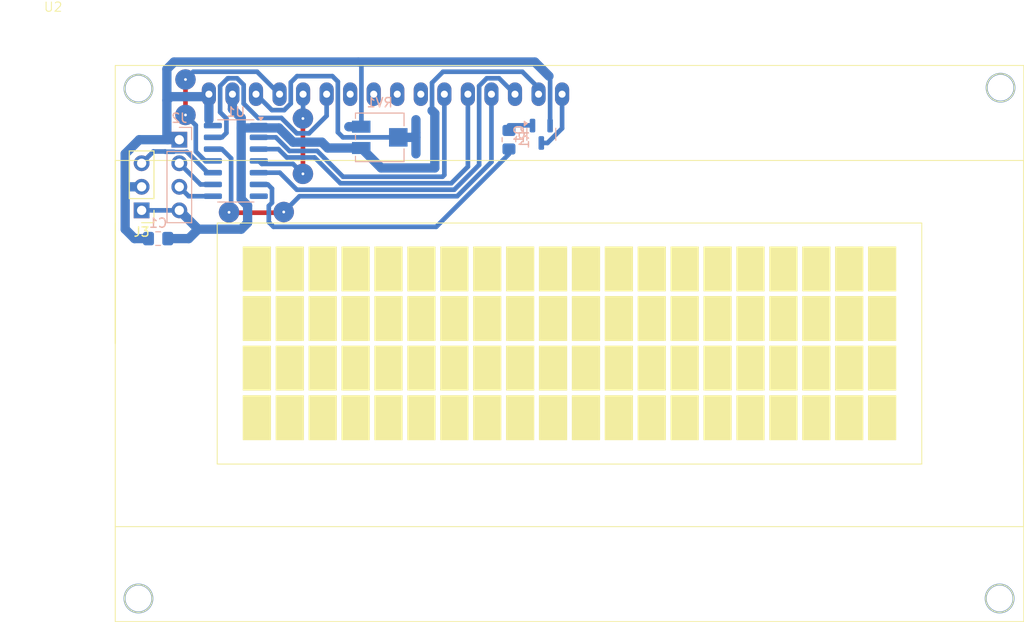
<source format=kicad_pcb>
(kicad_pcb (version 20240108) (generator "pcbnew") (generator_version "8.0")
  (layers (0 "F.Cu" signal) (31 "B.Cu" signal) (34 "B.Paste" user) (35 "F.Paste" user) (36 "B.SilkS" user "B.Silkscreen") (37 "F.SilkS" user "F.Silkscreen") (38 "B.Mask" user) (39 "F.Mask" user) (44 "Edge.Cuts" user))
  (net 0 "")
  (net 1 "GND")
  (net 2 "+5V")
  (net 3 "Net-(J2-Pin_3)")
  (net 4 "Net-(J2-Pin_2)")
  (net 6 "Net-(U1-PA5)")
  (net 7 "Net-(U1-PA4)")
  (net 8 "Net-(U2-V0)")
  (net 9 "Net-(U1-PA7)")
  (net 10 "Net-(U1-PA3)")
  (net 14 "Net-(U1-PA2)")
  (net 16 "Net-(Q1-C)")
  (net 17 "Net-(Q1-B)")
  (net 18 "Net-(U1-PB3)")
  (net 19 "Net-(U1-PA1)")
  (net 20 "Net-(U1-PA6)")
  (net 21 "Net-(J3-Pin_3)")
  (footprint "Connector_PinHeader_2.54mm:PinHeader_1x03_P2.54mm_Vertical" (layer "F.Cu") (at 51.308 44.704 180)
    (property "Reference" "J3" (at 0 -2.33 180) (layer "F.SilkS"))
    (property "Value" "Conn_01x03_Pin")
    (fp_line (start 1.33 1.27) (end 1.33 6.41) (stroke (width 0.12)) (layer "F.SilkS"))
    (fp_line (start -1.33 6.41) (end 1.33 6.41) (stroke (width 0.12)) (layer "F.SilkS"))
    (fp_line (start -1.33 1.27) (end 1.33 1.27) (stroke (width 0.12)) (layer "F.SilkS"))
    (fp_line (start -1.33 1.27) (end -1.33 6.41) (stroke (width 0.12)) (layer "F.SilkS"))
    (fp_line (start -1.33 0) (end -1.33 -1.33) (stroke (width 0.12)) (layer "F.SilkS"))
    (fp_line (start -1.33 -1.33) (end 0 -1.33) (stroke (width 0.12)) (layer "F.SilkS"))
    (pad "1" thru_hole rect (at 0 0 180) (size 1.7 1.7) (drill 1) (layers "*.Cu" "*.Mask") (net 2 "+5V"))
    (pad "2" thru_hole oval (at 0 2.54 180) (size 1.7 1.7) (drill 1) (layers "*.Cu" "*.Mask") (net 1 "GND"))
    (pad "3" thru_hole oval (at 0 5.08 180) (size 1.7 1.7) (drill 1) (layers "*.Cu" "*.Mask") (net 21 "Net-(J3-Pin_3)"))
  )
  (footprint "ownFootprints:LCD2004" (layer "F.Cu") (at 48.463 29.073)
    (property "Reference" "U2" (at -6.7 -6.3 0) (layer "F.SilkS") (effects (font (thickness 0.1))))
    (property "Value" "~")
    (fp_circle (center 2.5 2.5) (end 4 2.5) (stroke (width 0.2)) (fill none) (layer "B.Cu"))
    (fp_circle (center 2.5 57.5) (end 4 57.6) (stroke (width 0.2)) (fill none) (layer "B.Cu"))
    (fp_circle (center 95.4 57.5) (end 96.9 57.4) (stroke (width 0.2)) (fill none) (layer "B.Cu"))
    (fp_circle (center 95.5 2.4) (end 97 2.4) (stroke (width 0.2)) (fill none) (layer "B.Cu"))
    (fp_line (start 0 10.25) (end 98 10.25) (stroke (width 0.1)) (layer "F.SilkS"))
    (fp_line (start 0 30) (end 0 10.25) (stroke (width 0.1)) (layer "F.SilkS"))
    (fp_line (start 0 30) (end 0 17) (stroke (width 0.1)) (layer "F.SilkS"))
    (fp_line (start 11 17) (end 11 43) (stroke (width 0.1)) (layer "F.SilkS"))
    (fp_line (start 11 17) (end 87 17) (stroke (width 0.1)) (layer "F.SilkS"))
    (fp_line (start 87 17) (end 87 43) (stroke (width 0.1)) (layer "F.SilkS"))
    (fp_line (start 87 43) (end 11 43) (stroke (width 0.1)) (layer "F.SilkS"))
    (fp_line (start 98 10.25) (end 98 49.75) (stroke (width 0.1)) (layer "F.SilkS"))
    (fp_line (start 98 17) (end 98 43) (stroke (width 0.1)) (layer "F.SilkS"))
    (fp_line (start 98 49.75) (end 0 49.75) (stroke (width 0.1)) (layer "F.SilkS"))
    (fp_rect (start 0 0) (end 98 60) (stroke (width 0.1)) (fill none) (layer "F.SilkS"))
    (fp_rect (start 13.8 19.575) (end 16.75 24.325) (stroke (width 0.1)) (fill solid) (layer "F.SilkS"))
    (fp_rect (start 13.8 24.925) (end 16.75 29.675) (stroke (width 0.1)) (fill solid) (layer "F.SilkS"))
    (fp_rect (start 13.8 30.275) (end 16.75 35.025) (stroke (width 0.1)) (fill solid) (layer "F.SilkS"))
    (fp_rect (start 13.8 35.625) (end 16.75 40.375) (stroke (width 0.1)) (fill solid) (layer "F.SilkS"))
    (fp_rect (start 17.35 19.575) (end 20.3 24.325) (stroke (width 0.1)) (fill solid) (layer "F.SilkS"))
    (fp_rect (start 17.35 24.925) (end 20.3 29.675) (stroke (width 0.1)) (fill solid) (layer "F.SilkS"))
    (fp_rect (start 17.35 30.275) (end 20.3 35.025) (stroke (width 0.1)) (fill solid) (layer "F.SilkS"))
    (fp_rect (start 17.35 35.625) (end 20.3 40.375) (stroke (width 0.1)) (fill solid) (layer "F.SilkS"))
    (fp_rect (start 20.9 19.575) (end 23.85 24.325) (stroke (width 0.1)) (fill solid) (layer "F.SilkS"))
    (fp_rect (start 20.9 24.925) (end 23.85 29.675) (stroke (width 0.1)) (fill solid) (layer "F.SilkS"))
    (fp_rect (start 20.9 30.275) (end 23.85 35.025) (stroke (width 0.1)) (fill solid) (layer "F.SilkS"))
    (fp_rect (start 20.9 35.625) (end 23.85 40.375) (stroke (width 0.1)) (fill solid) (layer "F.SilkS"))
    (fp_rect (start 24.45 19.575) (end 27.4 24.325) (stroke (width 0.1)) (fill solid) (layer "F.SilkS"))
    (fp_rect (start 24.45 24.925) (end 27.4 29.675) (stroke (width 0.1)) (fill solid) (layer "F.SilkS"))
    (fp_rect (start 24.45 30.275) (end 27.4 35.025) (stroke (width 0.1)) (fill solid) (layer "F.SilkS"))
    (fp_rect (start 24.45 35.625) (end 27.4 40.375) (stroke (width 0.1)) (fill solid) (layer "F.SilkS"))
    (fp_rect (start 28 19.575) (end 30.95 24.325) (stroke (width 0.1)) (fill solid) (layer "F.SilkS"))
    (fp_rect (start 28 24.925) (end 30.95 29.675) (stroke (width 0.1)) (fill solid) (layer "F.SilkS"))
    (fp_rect (start 28 30.275) (end 30.95 35.025) (stroke (width 0.1)) (fill solid) (layer "F.SilkS"))
    (fp_rect (start 28 35.625) (end 30.95 40.375) (stroke (width 0.1)) (fill solid) (layer "F.SilkS"))
    (fp_rect (start 31.55 19.575) (end 34.5 24.325) (stroke (width 0.1)) (fill solid) (layer "F.SilkS"))
    (fp_rect (start 31.55 24.925) (end 34.5 29.675) (stroke (width 0.1)) (fill solid) (layer "F.SilkS"))
    (fp_rect (start 31.55 30.275) (end 34.5 35.025) (stroke (width 0.1)) (fill solid) (layer "F.SilkS"))
    (fp_rect (start 31.55 35.625) (end 34.5 40.375) (stroke (width 0.1)) (fill solid) (layer "F.SilkS"))
    (fp_rect (start 35.1 19.575) (end 38.05 24.325) (stroke (width 0.1)) (fill solid) (layer "F.SilkS"))
    (fp_rect (start 35.1 24.925) (end 38.05 29.675) (stroke (width 0.1)) (fill solid) (layer "F.SilkS"))
    (fp_rect (start 35.1 30.275) (end 38.05 35.025) (stroke (width 0.1)) (fill solid) (layer "F.SilkS"))
    (fp_rect (start 35.1 35.625) (end 38.05 40.375) (stroke (width 0.1)) (fill solid) (layer "F.SilkS"))
    (fp_rect (start 38.65 19.575) (end 41.6 24.325) (stroke (width 0.1)) (fill solid) (layer "F.SilkS"))
    (fp_rect (start 38.65 24.925) (end 41.6 29.675) (stroke (width 0.1)) (fill solid) (layer "F.SilkS"))
    (fp_rect (start 38.65 30.275) (end 41.6 35.025) (stroke (width 0.1)) (fill solid) (layer "F.SilkS"))
    (fp_rect (start 38.65 35.625) (end 41.6 40.375) (stroke (width 0.1)) (fill solid) (layer "F.SilkS"))
    (fp_rect (start 42.2 19.575) (end 45.15 24.325) (stroke (width 0.1)) (fill solid) (layer "F.SilkS"))
    (fp_rect (start 42.2 24.925) (end 45.15 29.675) (stroke (width 0.1)) (fill solid) (layer "F.SilkS"))
    (fp_rect (start 42.2 30.275) (end 45.15 35.025) (stroke (width 0.1)) (fill solid) (layer "F.SilkS"))
    (fp_rect (start 42.2 35.625) (end 45.15 40.375) (stroke (width 0.1)) (fill solid) (layer "F.SilkS"))
    (fp_rect (start 45.75 19.575) (end 48.7 24.325) (stroke (width 0.1)) (fill solid) (layer "F.SilkS"))
    (fp_rect (start 45.75 24.925) (end 48.7 29.675) (stroke (width 0.1)) (fill solid) (layer "F.SilkS"))
    (fp_rect (start 45.75 30.275) (end 48.7 35.025) (stroke (width 0.1)) (fill solid) (layer "F.SilkS"))
    (fp_rect (start 45.75 35.625) (end 48.7 40.375) (stroke (width 0.1)) (fill solid) (layer "F.SilkS"))
    (fp_rect (start 49.3 19.575) (end 52.25 24.325) (stroke (width 0.1)) (fill solid) (layer "F.SilkS"))
    (fp_rect (start 49.3 24.925) (end 52.25 29.675) (stroke (width 0.1)) (fill solid) (layer "F.SilkS"))
    (fp_rect (start 49.3 30.275) (end 52.25 35.025) (stroke (width 0.1)) (fill solid) (layer "F.SilkS"))
    (fp_rect (start 49.3 35.625) (end 52.25 40.375) (stroke (width 0.1)) (fill solid) (layer "F.SilkS"))
    (fp_rect (start 52.85 19.575) (end 55.8 24.325) (stroke (width 0.1)) (fill solid) (layer "F.SilkS"))
    (fp_rect (start 52.85 24.925) (end 55.8 29.675) (stroke (width 0.1)) (fill solid) (layer "F.SilkS"))
    (fp_rect (start 52.85 30.275) (end 55.8 35.025) (stroke (width 0.1)) (fill solid) (layer "F.SilkS"))
    (fp_rect (start 52.85 35.625) (end 55.8 40.375) (stroke (width 0.1)) (fill solid) (layer "F.SilkS"))
    (fp_rect (start 56.4 19.575) (end 59.35 24.325) (stroke (width 0.1)) (fill solid) (layer "F.SilkS"))
    (fp_rect (start 56.4 24.925) (end 59.35 29.675) (stroke (width 0.1)) (fill solid) (layer "F.SilkS"))
    (fp_rect (start 56.4 30.275) (end 59.35 35.025) (stroke (width 0.1)) (fill solid) (layer "F.SilkS"))
    (fp_rect (start 56.4 35.625) (end 59.35 40.375) (stroke (width 0.1)) (fill solid) (layer "F.SilkS"))
    (fp_rect (start 59.95 19.575) (end 62.9 24.325) (stroke (width 0.1)) (fill solid) (layer "F.SilkS"))
    (fp_rect (start 59.95 24.925) (end 62.9 29.675) (stroke (width 0.1)) (fill solid) (layer "F.SilkS"))
    (fp_rect (start 59.95 30.275) (end 62.9 35.025) (stroke (width 0.1)) (fill solid) (layer "F.SilkS"))
    (fp_rect (start 59.95 35.625) (end 62.9 40.375) (stroke (width 0.1)) (fill solid) (layer "F.SilkS"))
    (fp_rect (start 63.5 19.575) (end 66.45 24.325) (stroke (width 0.1)) (fill solid) (layer "F.SilkS"))
    (fp_rect (start 63.5 24.925) (end 66.45 29.675) (stroke (width 0.1)) (fill solid) (layer "F.SilkS"))
    (fp_rect (start 63.5 30.275) (end 66.45 35.025) (stroke (width 0.1)) (fill solid) (layer "F.SilkS"))
    (fp_rect (start 63.5 35.625) (end 66.45 40.375) (stroke (width 0.1)) (fill solid) (layer "F.SilkS"))
    (fp_rect (start 67.05 19.575) (end 70 24.325) (stroke (width 0.1)) (fill solid) (layer "F.SilkS"))
    (fp_rect (start 67.05 24.925) (end 70 29.675) (stroke (width 0.1)) (fill solid) (layer "F.SilkS"))
    (fp_rect (start 67.05 30.275) (end 70 35.025) (stroke (width 0.1)) (fill solid) (layer "F.SilkS"))
    (fp_rect (start 67.05 35.625) (end 70 40.375) (stroke (width 0.1)) (fill solid) (layer "F.SilkS"))
    (fp_rect (start 70.6 19.575) (end 73.55 24.325) (stroke (width 0.1)) (fill solid) (layer "F.SilkS"))
    (fp_rect (start 70.6 24.925) (end 73.55 29.675) (stroke (width 0.1)) (fill solid) (layer "F.SilkS"))
    (fp_rect (start 70.6 30.275) (end 73.55 35.025) (stroke (width 0.1)) (fill solid) (layer "F.SilkS"))
    (fp_rect (start 70.6 35.625) (end 73.55 40.375) (stroke (width 0.1)) (fill solid) (layer "F.SilkS"))
    (fp_rect (start 74.15 19.575) (end 77.1 24.325) (stroke (width 0.1)) (fill solid) (layer "F.SilkS"))
    (fp_rect (start 74.15 24.925) (end 77.1 29.675) (stroke (width 0.1)) (fill solid) (layer "F.SilkS"))
    (fp_rect (start 74.15 30.275) (end 77.1 35.025) (stroke (width 0.1)) (fill solid) (layer "F.SilkS"))
    (fp_rect (start 74.15 35.625) (end 77.1 40.375) (stroke (width 0.1)) (fill solid) (layer "F.SilkS"))
    (fp_rect (start 77.7 19.575) (end 80.65 24.325) (stroke (width 0.1)) (fill solid) (layer "F.SilkS"))
    (fp_rect (start 77.7 24.925) (end 80.65 29.675) (stroke (width 0.1)) (fill solid) (layer "F.SilkS"))
    (fp_rect (start 77.7 30.275) (end 80.65 35.025) (stroke (width 0.1)) (fill solid) (layer "F.SilkS"))
    (fp_rect (start 77.7 35.625) (end 80.65 40.375) (stroke (width 0.1)) (fill solid) (layer "F.SilkS"))
    (fp_rect (start 81.25 19.575) (end 84.2 24.325) (stroke (width 0.1)) (fill solid) (layer "F.SilkS"))
    (fp_rect (start 81.25 24.925) (end 84.2 29.675) (stroke (width 0.1)) (fill solid) (layer "F.SilkS"))
    (fp_rect (start 81.25 30.275) (end 84.2 35.025) (stroke (width 0.1)) (fill solid) (layer "F.SilkS"))
    (fp_rect (start 81.25 35.625) (end 84.2 40.375) (stroke (width 0.1)) (fill solid) (layer "F.SilkS"))
    (fp_circle (center 2.5 2.5) (end 4 2.4) (stroke (width 0.1)) (fill none) (layer "F.SilkS"))
    (fp_circle (center 2.5 57.5) (end 4 57.4) (stroke (width 0.1)) (fill none) (layer "F.SilkS"))
    (fp_circle (center 95.4 57.5) (end 96.9 57.4) (stroke (width 0.1)) (fill none) (layer "F.SilkS"))
    (fp_circle (center 95.5 2.4) (end 97 2.3) (stroke (width 0.1)) (fill none) (layer "F.SilkS"))
    (pad "1" thru_hole oval (at 10.1 3.1) (size 1.524 2.54) (drill 0.762) (layers "*.Cu" "*.Mask") (net 1 "GND"))
    (pad "2" thru_hole oval (at 12.64 3.1) (size 1.524 2.54) (drill 0.762) (layers "*.Cu" "*.Mask") (net 2 "+5V"))
    (pad "3" thru_hole oval (at 15.18 3.1) (size 1.524 2.54) (drill 0.762) (layers "*.Cu" "*.Mask") (net 8 "Net-(U2-V0)"))
    (pad "4" thru_hole oval (at 17.72 3.1) (size 1.524 2.54) (drill 0.762) (layers "*.Cu" "*.Mask") (net 19 "Net-(U1-PA1)"))
    (pad "5" thru_hole oval (at 20.26 3.1) (size 1.524 2.54) (drill 0.762) (layers "*.Cu" "*.Mask") (net 20 "Net-(U1-PA6)"))
    (pad "6" thru_hole oval (at 22.8 3.1) (size 1.524 2.54) (drill 0.762) (layers "*.Cu" "*.Mask") (net 10 "Net-(U1-PA3)"))
    (pad "7" thru_hole oval (at 25.34 3.1) (size 1.524 2.54) (drill 0.762) (layers "*.Cu" "*.Mask"))
    (pad "8" thru_hole oval (at 27.88 3.1) (size 1.524 2.54) (drill 0.762) (layers "*.Cu" "*.Mask"))
    (pad "9" thru_hole oval (at 30.42 3.1) (size 1.524 2.54) (drill 0.762) (layers "*.Cu" "*.Mask"))
    (pad "10" thru_hole oval (at 32.96 3.1) (size 1.524 2.54) (drill 0.762) (layers "*.Cu" "*.Mask"))
    (pad "11" thru_hole oval (at 35.5 3.1) (size 1.524 2.54) (drill 0.762) (layers "*.Cu" "*.Mask") (net 7 "Net-(U1-PA4)"))
    (pad "12" thru_hole oval (at 38.04 3.1) (size 1.524 2.54) (drill 0.762) (layers "*.Cu" "*.Mask") (net 6 "Net-(U1-PA5)"))
    (pad "13" thru_hole oval (at 40.58 3.1) (size 1.524 2.54) (drill 0.762) (layers "*.Cu" "*.Mask") (net 14 "Net-(U1-PA2)"))
    (pad "14" thru_hole oval (at 43.12 3.1) (size 1.524 2.54) (drill 0.762) (layers "*.Cu" "*.Mask") (net 9 "Net-(U1-PA7)"))
    (pad "15" thru_hole oval (at 45.66 3.1) (size 1.524 2.54) (drill 0.762) (layers "*.Cu" "*.Mask") (net 2 "+5V"))
    (pad "16" thru_hole oval (at 48.2 3.1) (size 1.524 2.54) (drill 0.762) (layers "*.Cu" "*.Mask") (net 16 "Net-(Q1-C)"))
  )
  (footprint "Capacitor_SMD:C_0805_2012Metric_Pad1.18x1.45mm_HandSolder" (layer "B.Cu") (at 53.086 47.752 180)
    (property "Reference" "C1" (at 0 1.68 180) (layer "B.SilkS") (effects (justify mirror)))
    (property "Value" "100n")
    (fp_line (start 0.261252 0.735) (end -0.261252 0.735) (stroke (width 0.12)) (layer "B.SilkS"))
    (fp_line (start 0.261252 -0.735) (end -0.261252 -0.735) (stroke (width 0.12)) (layer "B.SilkS"))
    (pad "1" smd roundrect (at -1.0375 0 180) (size 1.175 1.45) (layers "B.Cu" "B.Paste" "B.Mask") (roundrect_rratio 0.212766) (net 2 "+5V"))
    (pad "2" smd roundrect (at 1.0375 0 180) (size 1.175 1.45) (layers "B.Cu" "B.Paste" "B.Mask") (roundrect_rratio 0.212766) (net 1 "GND"))
  )
  (footprint "Connector_PinHeader_2.54mm:PinHeader_1x04_P2.54mm_Vertical" (layer "B.Cu") (at 55.372 37.084 180)
    (property "Reference" "J2" (at 0 2.33 180) (layer "B.SilkS") (effects (justify mirror)))
    (property "Value" "Conn_01x04_Pin")
    (fp_line (start 1.33 -1.27) (end -1.33 -1.27) (stroke (width 0.12)) (layer "B.SilkS"))
    (fp_line (start 1.33 -8.95) (end 1.33 -1.27) (stroke (width 0.12)) (layer "B.SilkS"))
    (fp_line (start 1.33 -8.95) (end -1.33 -8.95) (stroke (width 0.12)) (layer "B.SilkS"))
    (fp_line (start 0 1.33) (end -1.33 1.33) (stroke (width 0.12)) (layer "B.SilkS"))
    (fp_line (start -1.33 1.33) (end -1.33 0) (stroke (width 0.12)) (layer "B.SilkS"))
    (fp_line (start -1.33 -8.95) (end -1.33 -1.27) (stroke (width 0.12)) (layer "B.SilkS"))
    (pad "1" thru_hole rect (at 0 0 180) (size 1.7 1.7) (drill 1) (layers "*.Cu" "*.Mask") (net 1 "GND"))
    (pad "2" thru_hole oval (at 0 -2.54 180) (size 1.7 1.7) (drill 1) (layers "*.Cu" "*.Mask") (net 4 "Net-(J2-Pin_2)"))
    (pad "3" thru_hole oval (at 0 -5.08 180) (size 1.7 1.7) (drill 1) (layers "*.Cu" "*.Mask") (net 3 "Net-(J2-Pin_3)"))
    (pad "4" thru_hole oval (at 0 -7.62 180) (size 1.7 1.7) (drill 1) (layers "*.Cu" "*.Mask") (net 2 "+5V"))
  )
  (footprint "Resistor_SMD:R_0805_2012Metric_Pad1.20x1.40mm_HandSolder" (layer "B.Cu") (at 90.932 37.084 90)
    (property "Reference" "R1" (at 0 1.65 90) (layer "B.SilkS") (effects (justify mirror)))
    (property "Value" "1k")
    (fp_line (start 0.227064 -0.735) (end -0.227064 -0.735) (stroke (width 0.12)) (layer "B.SilkS"))
    (fp_line (start 0.227064 0.735) (end -0.227064 0.735) (stroke (width 0.12)) (layer "B.SilkS"))
    (pad "1" smd roundrect (at -1 0 90) (size 1.2 1.4) (layers "B.Cu" "B.Paste" "B.Mask") (roundrect_rratio 0.208333) (net 18 "Net-(U1-PB3)"))
    (pad "2" smd roundrect (at 1 0 90) (size 1.2 1.4) (layers "B.Cu" "B.Paste" "B.Mask") (roundrect_rratio 0.208333) (net 17 "Net-(Q1-B)"))
  )
  (footprint "Package_TO_SOT_SMD:SOT-23" (layer "B.Cu") (at 94.422 36.4975 -90)
    (property "Reference" "Q1" (at 0 2.4 90) (layer "B.SilkS") (effects (justify mirror)))
    (property "Value" "BC817")
    (fp_line (start -0.65 1.56) (end 0 1.56) (stroke (width 0.12)) (layer "B.SilkS"))
    (fp_line (start 0.65 1.56) (end 0 1.56) (stroke (width 0.12)) (layer "B.SilkS"))
    (fp_line (start -0.65 -1.56) (end 0 -1.56) (stroke (width 0.12)) (layer "B.SilkS"))
    (fp_line (start 0.65 -1.56) (end 0 -1.56) (stroke (width 0.12)) (layer "B.SilkS"))
    (fp_poly (pts (xy -1.1625 1.51) (xy -1.4025 1.84) (xy -0.9225 1.84) (xy -1.1625 1.51)) (stroke (width 0.12)) (fill solid) (layer "B.SilkS"))
    (pad "1" smd roundrect (at -0.9375 0.95 270) (size 1.475 0.6) (layers "B.Cu" "B.Paste" "B.Mask") (net 17 "Net-(Q1-B)"))
    (pad "2" smd roundrect (at -0.9375 -0.95 270) (size 1.475 0.6) (layers "B.Cu" "B.Paste" "B.Mask") (net 1 "GND"))
    (pad "3" smd roundrect (at 0.9375 0 270) (size 1.475 0.6) (layers "B.Cu" "B.Paste" "B.Mask") (net 16 "Net-(Q1-C)"))
  )
  (footprint "Potentiometer_SMD:Potentiometer_Vishay_TS53YJ_Vertical" (layer "B.Cu") (at 76.994 36.83 180)
    (property "Reference" "RV1" (at 0 3.75 180) (layer "B.SilkS") (effects (justify mirror)))
    (property "Value" "R_Potentiometer_Trim")
    (fp_line (start 2.62 2.62) (end -2.62 2.62) (stroke (width 0.12)) (layer "B.SilkS"))
    (fp_line (start 2.62 2.039) (end 2.62 2.62) (stroke (width 0.12)) (layer "B.SilkS"))
    (fp_line (start 2.62 -0.26) (end 2.62 0.26) (stroke (width 0.12)) (layer "B.SilkS"))
    (fp_line (start 2.62 -2.62) (end 2.62 -2.04) (stroke (width 0.12)) (layer "B.SilkS"))
    (fp_line (start 2.62 -2.62) (end -2.62 -2.62) (stroke (width 0.12)) (layer "B.SilkS"))
    (fp_line (start -2.62 1.24) (end -2.62 2.62) (stroke (width 0.12)) (layer "B.SilkS"))
    (fp_line (start -2.62 -2.62) (end -2.62 -1.24) (stroke (width 0.12)) (layer "B.SilkS"))
    (pad "1" smd rect (at 2 1.15 180) (size 2 1.3) (layers "B.Cu" "B.Paste" "B.Mask") (net 1 "GND"))
    (pad "2" smd rect (at -2 0 180) (size 2 2) (layers "B.Cu" "B.Paste" "B.Mask") (net 8 "Net-(U2-V0)"))
    (pad "3" smd rect (at 2 -1.15 180) (size 2 1.3) (layers "B.Cu" "B.Paste" "B.Mask") (net 2 "+5V"))
  )
  (footprint "Package_SO:SOIC-14_3.9x8.7mm_P1.27mm" (layer "B.Cu") (at 61.468 39.37 180)
    (property "Reference" "U1" (at 0 5.28 180) (layer "B.SilkS") (effects (justify mirror)))
    (property "Value" "ATtiny414-SS")
    (fp_line (start 1.95 4.435) (end 0 4.435) (stroke (width 0.12)) (layer "B.SilkS"))
    (fp_line (start 1.95 -4.435) (end 0 -4.435) (stroke (width 0.12)) (layer "B.SilkS"))
    (fp_line (start -1.95 4.435) (end 0 4.435) (stroke (width 0.12)) (layer "B.SilkS"))
    (fp_line (start -1.95 -4.435) (end 0 -4.435) (stroke (width 0.12)) (layer "B.SilkS"))
    (fp_poly (pts (xy -2.7 4.37) (xy -2.94 4.7) (xy -2.46 4.7) (xy -2.7 4.37)) (stroke (width 0.12)) (fill solid) (layer "B.SilkS"))
    (pad "1" smd roundrect (at -2.475 3.81 180) (size 1.95 0.6) (layers "B.Cu" "B.Paste" "B.Mask") (net 2 "+5V"))
    (pad "2" smd roundrect (at -2.475 2.54 180) (size 1.95 0.6) (layers "B.Cu" "B.Paste" "B.Mask") (net 7 "Net-(U1-PA4)"))
    (pad "3" smd roundrect (at -2.475 1.27 180) (size 1.95 0.6) (layers "B.Cu" "B.Paste" "B.Mask") (net 6 "Net-(U1-PA5)"))
    (pad "4" smd roundrect (at -2.475 0 180) (size 1.95 0.6) (layers "B.Cu" "B.Paste" "B.Mask") (net 20 "Net-(U1-PA6)"))
    (pad "5" smd roundrect (at -2.475 -1.27 180) (size 1.95 0.6) (layers "B.Cu" "B.Paste" "B.Mask") (net 9 "Net-(U1-PA7)"))
    (pad "6" smd roundrect (at -2.475 -2.54 180) (size 1.95 0.6) (layers "B.Cu" "B.Paste" "B.Mask") (net 18 "Net-(U1-PB3)"))
    (pad "7" smd roundrect (at -2.475 -3.81 180) (size 1.95 0.6) (layers "B.Cu" "B.Paste" "B.Mask"))
    (pad "8" smd roundrect (at 2.475 -3.81 180) (size 1.95 0.6) (layers "B.Cu" "B.Paste" "B.Mask") (net 3 "Net-(J2-Pin_3)"))
    (pad "9" smd roundrect (at 2.475 -2.54 180) (size 1.95 0.6) (layers "B.Cu" "B.Paste" "B.Mask") (net 4 "Net-(J2-Pin_2)"))
    (pad "10" smd roundrect (at 2.475 -1.27 180) (size 1.95 0.6) (layers "B.Cu" "B.Paste" "B.Mask") (net 21 "Net-(J3-Pin_3)"))
    (pad "11" smd roundrect (at 2.475 0 180) (size 1.95 0.6) (layers "B.Cu" "B.Paste" "B.Mask") (net 19 "Net-(U1-PA1)"))
    (pad "12" smd roundrect (at 2.475 1.27 180) (size 1.95 0.6) (layers "B.Cu" "B.Paste" "B.Mask") (net 14 "Net-(U1-PA2)"))
    (pad "13" smd roundrect (at 2.475 2.54 180) (size 1.95 0.6) (layers "B.Cu" "B.Paste" "B.Mask") (net 10 "Net-(U1-PA3)"))
    (pad "14" smd roundrect (at 2.475 3.81 180) (size 1.95 0.6) (layers "B.Cu" "B.Paste" "B.Mask") (net 1 "GND"))
  )
  (segment (start 54.03 37.012) (end 54.03 29.472529) (width 1) (layer "B.Cu") (net 1))
  (segment (start 95.372 35.56) (end 95.372 30.374) (width 0.5) (layer "B.Cu") (net 1))
  (segment (start 50.546 47.752) (end 52.0485 47.752) (width 1) (layer "B.Cu") (net 1))
  (segment (start 74.994 35.68) (end 75.015 35.659) (width 0.5) (layer "B.Cu") (net 1))
  (segment (start 51.308 42.164) (end 50.546 42.164) (width 0.5) (layer "B.Cu") (net 1))
  (segment (start 75.015 35.659) (end 75.015 29.041) (width 0.5) (layer "B.Cu") (net 1))
  (segment (start 51.054 37.084) (end 49.53 38.608) (width 1) (layer "B.Cu") (net 1))
  (segment (start 51.308 42.164) (end 49.53 42.164) (width 1) (layer "B.Cu") (net 1))
  (segment (start 54.428 32.44) (end 54.03 32.838) (width 1) (layer "B.Cu") (net 1))
  (segment (start 77.555 28.888) (end 77.47 28.803) (width 0.5) (layer "B.Cu") (net 1))
  (segment (start 58.563 32.173) (end 58.563 34.941) (width 1) (layer "B.Cu") (net 1))
  (segment (start 54.102 37.084) (end 54.03 37.012) (width 1) (layer "B.Cu") (net 1))
  (segment (start 49.53 38.608) (end 49.53 42.164) (width 1) (layer "B.Cu") (net 1))
  (segment (start 74.994 35.68) (end 73.667 35.68) (width 1) (layer "B.Cu") (net 1))
  (segment (start 49.53 46.736) (end 50.546 47.752) (width 1) (layer "B.Cu") (net 1))
  (segment (start 74.676 28.702) (end 93.726 28.702) (width 1) (layer "B.Cu") (net 1))
  (segment (start 55.372 37.084) (end 51.054 37.084) (width 1) (layer "B.Cu") (net 1))
  (segment (start 58.296 32.44) (end 54.428 32.44) (width 1) (layer "B.Cu") (net 1))
  (segment (start 54.800529 28.702) (end 74.676 28.702) (width 1) (layer "B.Cu") (net 1))
  (segment (start 73.66 35.687) (end 73.667 35.68) (width 1) (layer "B.Cu") (net 1))
  (segment (start 49.53 42.164) (end 49.53 46.736) (width 1) (layer "B.Cu") (net 1))
  (segment (start 93.726 28.702) (end 95.25 30.226) (width 1) (layer "B.Cu") (net 1))
  (segment (start 75.015 29.041) (end 74.676 28.702) (width 0.5) (layer "B.Cu") (net 1))
  (segment (start 58.563 32.173) (end 58.296 32.44) (width 1) (layer "B.Cu") (net 1))
  (segment (start 54.03 29.472529) (end 54.800529 28.702) (width 1) (layer "B.Cu") (net 1))
  (segment (start 94.123 32.173) (end 94.123 31.501024) (width 0.5) (layer "B.Cu") (net 2))
  (segment (start 54.1235 47.752) (end 56.388 47.752) (width 1) (layer "B.Cu") (net 2))
  (segment (start 62.048 43.506) (end 62.048 34.727) (width 1) (layer "B.Cu") (net 2))
  (segment (start 71.381 37.98) (end 74.994 37.98) (width 1) (layer "B.Cu") (net 2))
  (segment (start 62.048 35.814) (end 66.116756 35.814) (width 1) (layer "B.Cu") (net 2))
  (segment (start 56.388 47.752) (end 57.404 46.736) (width 1) (layer "B.Cu") (net 2))
  (segment (start 61.4335 34.1125) (end 61.103 33.782) (width 1) (layer "B.Cu") (net 2))
  (segment (start 77.144 40.13) (end 82.931 40.13) (width 1) (layer "B.Cu") (net 2))
  (segment (start 66.116756 35.814) (end 67.650756 37.348) (width 1) (layer "B.Cu") (net 2))
  (segment (start 83.82 29.753) (end 82.635 30.938) (width 0.5) (layer "B.Cu") (net 2))
  (segment (start 82.931 40.13) (end 82.931 34.247) (width 1) (layer "B.Cu") (net 2))
  (segment (start 62.048 46.736) (end 62.738 46.046) (width 1) (layer "B.Cu") (net 2))
  (segment (start 92.374976 29.753) (end 83.82 29.753) (width 0.5) (layer "B.Cu") (net 2))
  (segment (start 51.308 44.704) (end 55.372 44.704) (width 0.5) (layer "B.Cu") (net 2))
  (segment (start 74.994 37.98) (end 77.144 40.13) (width 1) (layer "B.Cu") (net 2))
  (segment (start 82.635 30.938) (end 82.635 33.951) (width 0.5) (layer "B.Cu") (net 2))
  (segment (start 62.738 44.196) (end 62.048 43.506) (width 1) (layer "B.Cu") (net 2))
  (segment (start 67.650756 37.348) (end 70.749 37.348) (width 1) (layer "B.Cu") (net 2))
  (segment (start 61.103 33.782) (end 61.103 32.173) (width 1) (layer "B.Cu") (net 2))
  (segment (start 62.048 34.727) (end 61.103 33.782) (width 1) (layer "B.Cu") (net 2))
  (segment (start 70.749 37.348) (end 71.381 37.98) (width 1) (layer "B.Cu") (net 2))
  (segment (start 55.372 44.704) (end 57.404 46.736) (width 1) (layer "B.Cu") (net 2))
  (segment (start 82.931 34.247) (end 82.635 33.951) (width 1) (layer "B.Cu") (net 2))
  (segment (start 57.404 46.736) (end 62.048 46.736) (width 1) (layer "B.Cu") (net 2))
  (segment (start 94.123 31.501024) (end 92.374976 29.753) (width 0.5) (layer "B.Cu") (net 2))
  (segment (start 62.738 46.046) (end 62.738 44.196) (width 1) (layer "B.Cu") (net 2))
  (segment (start 56.388 43.18) (end 55.372 42.164) (width 0.5) (layer "B.Cu") (net 3))
  (segment (start 58.993 43.18) (end 56.388 43.18) (width 0.5) (layer "B.Cu") (net 3))
  (segment (start 58.993 41.91) (end 57.658 41.91) (width 0.5) (layer "B.Cu") (net 4))
  (segment (start 57.658 41.91) (end 55.372 39.624) (width 0.5) (layer "B.Cu") (net 4))
  (segment (start 66.967304 38.998001) (end 66.069303 38.1) (width 0.5) (layer "B.Cu") (net 6))
  (segment (start 66.069303 38.1) (end 63.943 38.1) (width 0.5) (layer "B.Cu") (net 6))
  (segment (start 72.744741 41.78) (end 69.962742 38.998001) (width 0.5) (layer "B.Cu") (net 6))
  (segment (start 86.503 32.173) (end 86.503 39.989) (width 0.5) (layer "B.Cu") (net 6))
  (segment (start 69.962742 38.998001) (end 66.967304 38.998001) (width 0.5) (layer "B.Cu") (net 6))
  (segment (start 84.712 41.78) (end 72.744741 41.78) (width 0.5) (layer "B.Cu") (net 6))
  (segment (start 86.503 39.989) (end 84.712 41.78) (width 0.5) (layer "B.Cu") (net 6))
  (segment (start 65.789252 36.83) (end 63.943 36.83) (width 0.5) (layer "B.Cu") (net 7))
  (segment (start 70.252691 38.298001) (end 67.257254 38.298001) (width 0.5) (layer "B.Cu") (net 7))
  (segment (start 83.761 41.08) (end 73.034691 41.08) (width 0.5) (layer "B.Cu") (net 7))
  (segment (start 83.963 32.173) (end 83.963 40.878) (width 0.5) (layer "B.Cu") (net 7))
  (segment (start 67.257254 38.298001) (end 65.789252 36.83) (width 0.5) (layer "B.Cu") (net 7))
  (segment (start 83.963 40.878) (end 83.761 41.08) (width 0.5) (layer "B.Cu") (net 7))
  (segment (start 73.034691 41.08) (end 70.252691 38.298001) (width 0.5) (layer "B.Cu") (net 7))
  (segment (start 68.072 30.226) (end 71.882 30.226) (width 0.5) (layer "B.Cu") (net 8))
  (segment (start 72.475 36.28) (end 73.025 36.83) (width 0.5) (layer "B.Cu") (net 8))
  (segment (start 65.363 33.893) (end 66.685027 33.893) (width 0.5) (layer "B.Cu") (net 8))
  (segment (start 80.899 36.322) (end 80.899 34.925) (width 1) (layer "B.Cu") (net 8))
  (segment (start 80.899 36.83) (end 78.994 36.83) (width 1) (layer "B.Cu") (net 8))
  (segment (start 71.882 30.226) (end 72.475 30.819) (width 0.5) (layer "B.Cu") (net 8))
  (segment (start 72.475 30.819) (end 72.475 36.28) (width 0.5) (layer "B.Cu") (net 8))
  (segment (start 66.685027 33.893) (end 67.395 33.183027) (width 0.5) (layer "B.Cu") (net 8))
  (segment (start 73.025 36.83) (end 78.994 36.83) (width 0.5) (layer "B.Cu") (net 8))
  (segment (start 80.899 38.608) (end 80.899 36.83) (width 1) (layer "B.Cu") (net 8))
  (segment (start 67.395 33.183027) (end 67.395 30.903) (width 0.5) (layer "B.Cu") (net 8))
  (segment (start 63.643 32.173) (end 65.363 33.893) (width 0.5) (layer "B.Cu") (net 8))
  (segment (start 67.395 30.903) (end 68.072 30.226) (width 0.5) (layer "B.Cu") (net 8))
  (segment (start 80.899 36.83) (end 80.899 36.322) (width 1) (layer "B.Cu") (net 8))
  (segment (start 88.540973 30.453) (end 89.863 30.453) (width 0.5) (layer "B.Cu") (net 9))
  (segment (start 87.715 31.278973) (end 88.540973 30.453) (width 0.5) (layer "B.Cu") (net 9))
  (segment (start 85.028 42.48) (end 87.715 39.793) (width 0.5) (layer "B.Cu") (net 9))
  (segment (start 66.207616 40.64) (end 68.047616 42.48) (width 0.5) (layer "B.Cu") (net 9))
  (segment (start 87.715 39.793) (end 87.715 31.278973) (width 0.5) (layer "B.Cu") (net 9))
  (segment (start 89.863 30.453) (end 91.583 32.173) (width 0.5) (layer "B.Cu") (net 9))
  (segment (start 68.047616 42.48) (end 85.028 42.48) (width 0.5) (layer "B.Cu") (net 9))
  (segment (start 63.943 40.64) (end 66.207616 40.64) (width 0.5) (layer "B.Cu") (net 9))
  (segment (start 60.733 30.453) (end 60.600973 30.453) (width 0.5) (layer "B.Cu") (net 10))
  (segment (start 69.369742 36.398) (end 68.044258 36.398) (width 0.5) (layer "B.Cu") (net 10))
  (segment (start 63.867973 34.736) (end 62.315 33.183027) (width 0.5) (layer "B.Cu") (net 10))
  (segment (start 62.315 31.162973) (end 61.605027 30.453) (width 0.5) (layer "B.Cu") (net 10))
  (segment (start 71.263 34.504742) (end 69.369742 36.398) (width 0.5) (layer "B.Cu") (net 10))
  (segment (start 59.967999 36.83) (end 58.993 36.83) (width 0.5) (layer "B.Cu") (net 10))
  (segment (start 60.452 34.798) (end 60.452 36.345999) (width 0.5) (layer "B.Cu") (net 10))
  (segment (start 61.605027 30.453) (end 60.733 30.453) (width 0.5) (layer "B.Cu") (net 10))
  (segment (start 60.452 36.345999) (end 59.967999 36.83) (width 0.5) (layer "B.Cu") (net 10))
  (segment (start 71.263 32.173) (end 71.263 34.504742) (width 0.5) (layer "B.Cu") (net 10))
  (segment (start 60.600973 30.453) (end 59.775 31.278973) (width 0.5) (layer "B.Cu") (net 10))
  (segment (start 66.382258 34.736) (end 63.867973 34.736) (width 0.5) (layer "B.Cu") (net 10))
  (segment (start 59.775 31.278973) (end 59.775 34.121) (width 0.5) (layer "B.Cu") (net 10))
  (segment (start 68.044258 36.398) (end 66.382258 34.736) (width 0.5) (layer "B.Cu") (net 10))
  (segment (start 60.706 30.48) (end 60.733 30.453) (width 0.5) (layer "B.Cu") (net 10))
  (segment (start 62.315 33.183027) (end 62.315 31.162973) (width 0.5) (layer "B.Cu") (net 10))
  (segment (start 59.775 34.121) (end 60.452 34.798) (width 0.5) (layer "B.Cu") (net 10))
  (segment (start 66.559565 44.958) (end 66.635565 44.882) (width 0.5) (layer "F.Cu") (net 14))
  (segment (start 60.778022 44.958) (end 66.559565 44.958) (width 0.5) (layer "F.Cu") (net 14))
  (segment (start 60.735011 44.914989) (end 60.778022 44.958) (width 0.5) (layer "F.Cu") (net 14))
  (via (at 60.735011 44.914989) (size 2.2) (drill 0.3) (layers "F.Cu" "B.Cu") (net 14))
  (via (at 66.635565 44.882) (size 2.2) (drill 0.3) (layers "F.Cu" "B.Cu") (net 14))
  (segment (start 68.337565 43.18) (end 66.635565 44.882) (width 0.5) (layer "B.Cu") (net 14))
  (segment (start 60.96 44.69) (end 60.96 39.092001) (width 0.5) (layer "B.Cu") (net 14))
  (segment (start 59.967999 38.1) (end 58.993 38.1) (width 0.5) (layer "B.Cu") (net 14))
  (segment (start 60.735011 44.914989) (end 60.96 44.69) (width 0.5) (layer "B.Cu") (net 14))
  (segment (start 89.043 39.481) (end 85.344 43.18) (width 0.5) (layer "B.Cu") (net 14))
  (segment (start 85.344 43.18) (end 68.337565 43.18) (width 0.5) (layer "B.Cu") (net 14))
  (segment (start 89.043 32.173) (end 89.043 39.481) (width 0.5) (layer "B.Cu") (net 14))
  (segment (start 60.96 39.092001) (end 59.967999 38.1) (width 0.5) (layer "B.Cu") (net 14))
  (segment (start 96.663 35.859184) (end 96.663 32.173) (width 0.5) (layer "B.Cu") (net 16))
  (segment (start 96.663 31.665) (end 96.663 32.173) (width 1) (layer "B.Cu") (net 16))
  (segment (start 95.087184 37.435) (end 96.663 35.859184) (width 0.5) (layer "B.Cu") (net 16))
  (segment (start 94.422 37.435) (end 95.087184 37.435) (width 0.5) (layer "B.Cu") (net 16))
  (segment (start 90.932 35.534) (end 93.446 35.534) (width 0.5) (layer "B.Cu") (net 17))
  (segment (start 93.446 35.534) (end 93.472 35.56) (width 0.5) (layer "B.Cu") (net 17))
  (segment (start 65.368 42.360001) (end 65.368 43.886823) (width 0.5) (layer "B.Cu") (net 18))
  (segment (start 65.024 44.230823) (end 65.024 45.974) (width 0.5) (layer "B.Cu") (net 18))
  (segment (start 83.084 46.482) (end 90.932 38.634) (width 0.5) (layer "B.Cu") (net 18))
  (segment (start 65.368 43.886823) (end 65.024 44.230823) (width 0.5) (layer "B.Cu") (net 18))
  (segment (start 64.917999 41.91) (end 65.368 42.360001) (width 0.5) (layer "B.Cu") (net 18))
  (segment (start 65.024 45.974) (end 65.532 46.482) (width 0.5) (layer "B.Cu") (net 18))
  (segment (start 65.532 46.482) (end 83.084 46.482) (width 0.5) (layer "B.Cu") (net 18))
  (segment (start 63.943 41.91) (end 64.917999 41.91) (width 0.5) (layer "B.Cu") (net 18))
  (segment (start 56.036825 30.59) (end 56.036825 34.41699) (width 0.5) (layer "F.Cu") (net 19))
  (segment (start 56.036825 34.41699) (end 56.036815 34.417) (width 0.5) (layer "F.Cu") (net 19))
  (via (at 56.036815 34.417) (size 2.2) (drill 0.3) (layers "F.Cu" "B.Cu") (net 19))
  (via (at 56.036825 30.59) (size 2.2) (drill 0.3) (layers "F.Cu" "B.Cu") (net 19))
  (segment (start 56.873825 29.753) (end 56.036825 30.59) (width 0.5) (layer "B.Cu") (net 19))
  (segment (start 66.183 32.173) (end 63.763 29.753) (width 0.5) (layer "B.Cu") (net 19))
  (segment (start 57.15 35.530185) (end 56.036815 34.417) (width 0.5) (layer "B.Cu") (net 19))
  (segment (start 58.166 39.37) (end 57.15 38.354) (width 0.5) (layer "B.Cu") (net 19))
  (segment (start 63.763 29.753) (end 56.873825 29.753) (width 0.5) (layer "B.Cu") (net 19))
  (segment (start 57.15 38.354) (end 57.15 35.530185) (width 0.5) (layer "B.Cu") (net 19))
  (segment (start 58.993 39.37) (end 58.166 39.37) (width 0.5) (layer "B.Cu") (net 19))
  (segment (start 68.707 40.767) (end 68.707 34.798) (width 0.5) (layer "F.Cu") (net 20))
  (via (at 68.707 34.798) (size 2.2) (drill 0.3) (layers "F.Cu" "B.Cu") (net 20))
  (via (at 68.707 40.767) (size 2.2) (drill 0.3) (layers "F.Cu" "B.Cu") (net 20))
  (segment (start 63.943 39.37) (end 64.271001 39.698001) (width 0.5) (layer "B.Cu") (net 20))
  (segment (start 68.723 34.782) (end 68.707 34.798) (width 0.5) (layer "B.Cu") (net 20))
  (segment (start 67.638001 39.698001) (end 68.707 40.767) (width 0.5) (layer "B.Cu") (net 20))
  (segment (start 64.271001 39.698001) (end 67.638001 39.698001) (width 0.5) (layer "B.Cu") (net 20))
  (segment (start 68.723 32.173) (end 68.723 34.782) (width 0.5) (layer "B.Cu") (net 20))
  (segment (start 54.773522 38.384) (end 54.808877 38.384) (width 0.45) (layer "B.Cu") (net 21))
  (segment (start 53.878 38.384) (end 54.773522 38.384) (width 0.5) (layer "B.Cu") (net 21))
  (segment (start 56.179316 38.384) (end 56.169316 38.374) (width 0.4) (layer "B.Cu") (net 21))
  (segment (start 53.848 38.354) (end 53.878 38.384) (width 0.5) (layer "B.Cu") (net 21))
  (segment (start 58.993 40.64) (end 58.435316 40.64) (width 0.5) (layer "B.Cu") (net 21))
  (segment (start 52.578 38.354) (end 53.848 38.354) (width 0.5) (layer "B.Cu") (net 21))
  (segment (start 58.435316 40.64) (end 56.179316 38.384) (width 0.5) (layer "B.Cu") (net 21))
  (segment (start 54.783522 38.374) (end 54.773522 38.384) (width 0.4) (layer "B.Cu") (net 21))
  (segment (start 56.179316 38.384) (end 56.134 38.384) (width 0.5) (layer "B.Cu") (net 21))
  (segment (start 51.308 39.624) (end 52.578 38.354) (width 0.5) (layer "B.Cu") (net 21))
  (segment (start 56.169316 38.374) (end 54.783522 38.374) (width 0.4) (layer "B.Cu") (net 21))
)
</source>
